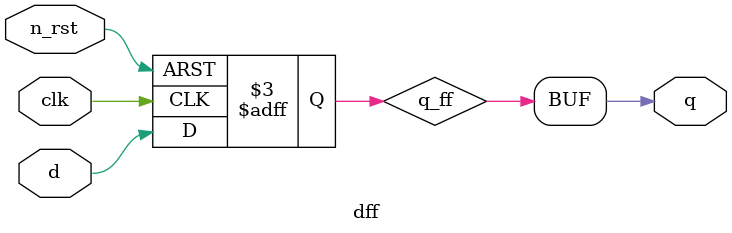
<source format=v>
module dff(
	input clk,
	input n_rst,
	input d,
	output q
);
reg q_ff;
always@(posedge clk or negedge n_rst)
	if(!n_rst)
		q_ff <= 1'b0;
	else
		q_ff <= d;
assign q = q_ff;
endmodule

</source>
